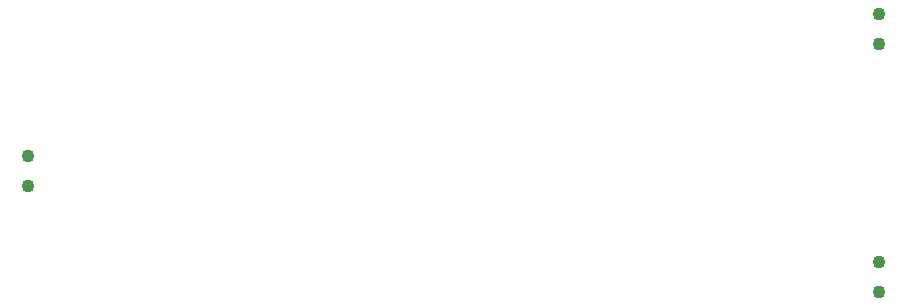
<source format=gbr>
%TF.GenerationSoftware,Altium Limited,Altium Designer,23.2.1 (34)*%
G04 Layer_Color=0*
%FSLAX45Y45*%
%MOMM*%
%TF.SameCoordinates,30BCF74E-8D5C-4CB1-BD29-C8B6E5BAA9CA*%
%TF.FilePolarity,Positive*%
%TF.FileFunction,NonPlated,1,2,NPTH,Drill*%
%TF.Part,Single*%
G01*
G75*
%TA.AperFunction,ComponentDrill*%
%ADD88C,1.10000*%
D88*
X295000Y1949000D02*
D03*
Y1695000D02*
D03*
X7503000Y1049000D02*
D03*
Y795000D02*
D03*
X7502999Y2899310D02*
D03*
Y3153310D02*
D03*
%TF.MD5,b452730d5c4ee11a02e4af632a77dd39*%
M02*

</source>
